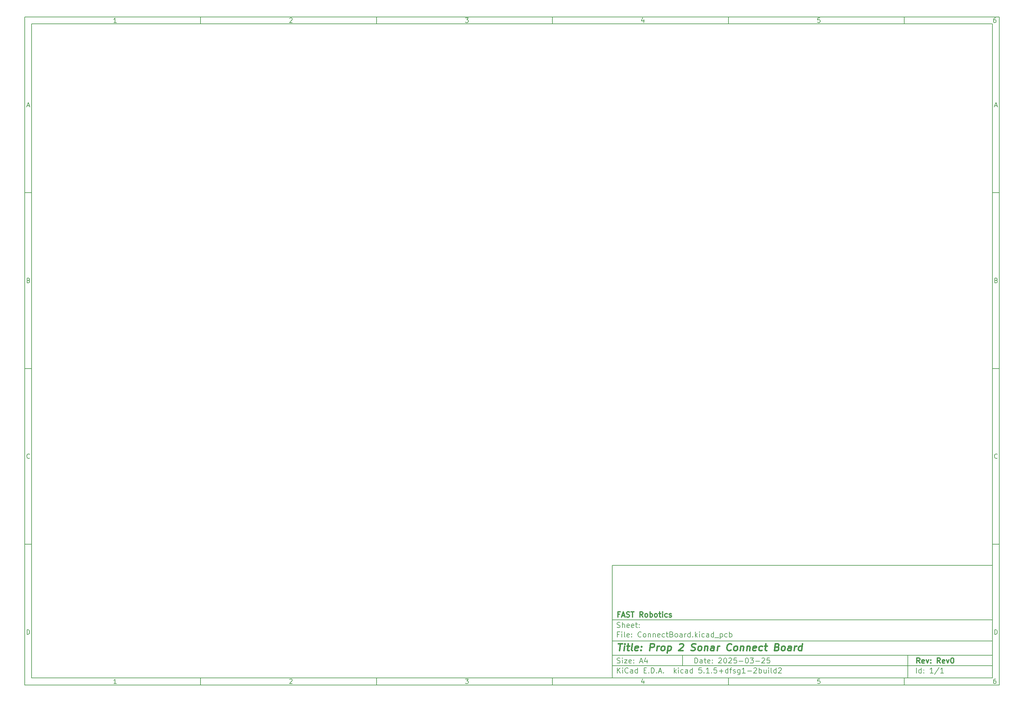
<source format=gbr>
G04 #@! TF.GenerationSoftware,KiCad,Pcbnew,5.1.5+dfsg1-2build2*
G04 #@! TF.CreationDate,2025-03-25T17:45:28-05:00*
G04 #@! TF.ProjectId,ConnectBoard,436f6e6e-6563-4744-926f-6172642e6b69,Rev0*
G04 #@! TF.SameCoordinates,Original*
G04 #@! TF.FileFunction,Paste,Top*
G04 #@! TF.FilePolarity,Positive*
%FSLAX46Y46*%
G04 Gerber Fmt 4.6, Leading zero omitted, Abs format (unit mm)*
G04 Created by KiCad (PCBNEW 5.1.5+dfsg1-2build2) date 2025-03-25 17:45:28*
%MOMM*%
%LPD*%
G04 APERTURE LIST*
%ADD10C,0.100000*%
%ADD11C,0.150000*%
%ADD12C,0.300000*%
%ADD13C,0.400000*%
G04 APERTURE END LIST*
D10*
D11*
X177002200Y-166007200D02*
X177002200Y-198007200D01*
X285002200Y-198007200D01*
X285002200Y-166007200D01*
X177002200Y-166007200D01*
D10*
D11*
X10000000Y-10000000D02*
X10000000Y-200007200D01*
X287002200Y-200007200D01*
X287002200Y-10000000D01*
X10000000Y-10000000D01*
D10*
D11*
X12000000Y-12000000D02*
X12000000Y-198007200D01*
X285002200Y-198007200D01*
X285002200Y-12000000D01*
X12000000Y-12000000D01*
D10*
D11*
X60000000Y-12000000D02*
X60000000Y-10000000D01*
D10*
D11*
X110000000Y-12000000D02*
X110000000Y-10000000D01*
D10*
D11*
X160000000Y-12000000D02*
X160000000Y-10000000D01*
D10*
D11*
X210000000Y-12000000D02*
X210000000Y-10000000D01*
D10*
D11*
X260000000Y-12000000D02*
X260000000Y-10000000D01*
D10*
D11*
X36065476Y-11588095D02*
X35322619Y-11588095D01*
X35694047Y-11588095D02*
X35694047Y-10288095D01*
X35570238Y-10473809D01*
X35446428Y-10597619D01*
X35322619Y-10659523D01*
D10*
D11*
X85322619Y-10411904D02*
X85384523Y-10350000D01*
X85508333Y-10288095D01*
X85817857Y-10288095D01*
X85941666Y-10350000D01*
X86003571Y-10411904D01*
X86065476Y-10535714D01*
X86065476Y-10659523D01*
X86003571Y-10845238D01*
X85260714Y-11588095D01*
X86065476Y-11588095D01*
D10*
D11*
X135260714Y-10288095D02*
X136065476Y-10288095D01*
X135632142Y-10783333D01*
X135817857Y-10783333D01*
X135941666Y-10845238D01*
X136003571Y-10907142D01*
X136065476Y-11030952D01*
X136065476Y-11340476D01*
X136003571Y-11464285D01*
X135941666Y-11526190D01*
X135817857Y-11588095D01*
X135446428Y-11588095D01*
X135322619Y-11526190D01*
X135260714Y-11464285D01*
D10*
D11*
X185941666Y-10721428D02*
X185941666Y-11588095D01*
X185632142Y-10226190D02*
X185322619Y-11154761D01*
X186127380Y-11154761D01*
D10*
D11*
X236003571Y-10288095D02*
X235384523Y-10288095D01*
X235322619Y-10907142D01*
X235384523Y-10845238D01*
X235508333Y-10783333D01*
X235817857Y-10783333D01*
X235941666Y-10845238D01*
X236003571Y-10907142D01*
X236065476Y-11030952D01*
X236065476Y-11340476D01*
X236003571Y-11464285D01*
X235941666Y-11526190D01*
X235817857Y-11588095D01*
X235508333Y-11588095D01*
X235384523Y-11526190D01*
X235322619Y-11464285D01*
D10*
D11*
X285941666Y-10288095D02*
X285694047Y-10288095D01*
X285570238Y-10350000D01*
X285508333Y-10411904D01*
X285384523Y-10597619D01*
X285322619Y-10845238D01*
X285322619Y-11340476D01*
X285384523Y-11464285D01*
X285446428Y-11526190D01*
X285570238Y-11588095D01*
X285817857Y-11588095D01*
X285941666Y-11526190D01*
X286003571Y-11464285D01*
X286065476Y-11340476D01*
X286065476Y-11030952D01*
X286003571Y-10907142D01*
X285941666Y-10845238D01*
X285817857Y-10783333D01*
X285570238Y-10783333D01*
X285446428Y-10845238D01*
X285384523Y-10907142D01*
X285322619Y-11030952D01*
D10*
D11*
X60000000Y-198007200D02*
X60000000Y-200007200D01*
D10*
D11*
X110000000Y-198007200D02*
X110000000Y-200007200D01*
D10*
D11*
X160000000Y-198007200D02*
X160000000Y-200007200D01*
D10*
D11*
X210000000Y-198007200D02*
X210000000Y-200007200D01*
D10*
D11*
X260000000Y-198007200D02*
X260000000Y-200007200D01*
D10*
D11*
X36065476Y-199595295D02*
X35322619Y-199595295D01*
X35694047Y-199595295D02*
X35694047Y-198295295D01*
X35570238Y-198481009D01*
X35446428Y-198604819D01*
X35322619Y-198666723D01*
D10*
D11*
X85322619Y-198419104D02*
X85384523Y-198357200D01*
X85508333Y-198295295D01*
X85817857Y-198295295D01*
X85941666Y-198357200D01*
X86003571Y-198419104D01*
X86065476Y-198542914D01*
X86065476Y-198666723D01*
X86003571Y-198852438D01*
X85260714Y-199595295D01*
X86065476Y-199595295D01*
D10*
D11*
X135260714Y-198295295D02*
X136065476Y-198295295D01*
X135632142Y-198790533D01*
X135817857Y-198790533D01*
X135941666Y-198852438D01*
X136003571Y-198914342D01*
X136065476Y-199038152D01*
X136065476Y-199347676D01*
X136003571Y-199471485D01*
X135941666Y-199533390D01*
X135817857Y-199595295D01*
X135446428Y-199595295D01*
X135322619Y-199533390D01*
X135260714Y-199471485D01*
D10*
D11*
X185941666Y-198728628D02*
X185941666Y-199595295D01*
X185632142Y-198233390D02*
X185322619Y-199161961D01*
X186127380Y-199161961D01*
D10*
D11*
X236003571Y-198295295D02*
X235384523Y-198295295D01*
X235322619Y-198914342D01*
X235384523Y-198852438D01*
X235508333Y-198790533D01*
X235817857Y-198790533D01*
X235941666Y-198852438D01*
X236003571Y-198914342D01*
X236065476Y-199038152D01*
X236065476Y-199347676D01*
X236003571Y-199471485D01*
X235941666Y-199533390D01*
X235817857Y-199595295D01*
X235508333Y-199595295D01*
X235384523Y-199533390D01*
X235322619Y-199471485D01*
D10*
D11*
X285941666Y-198295295D02*
X285694047Y-198295295D01*
X285570238Y-198357200D01*
X285508333Y-198419104D01*
X285384523Y-198604819D01*
X285322619Y-198852438D01*
X285322619Y-199347676D01*
X285384523Y-199471485D01*
X285446428Y-199533390D01*
X285570238Y-199595295D01*
X285817857Y-199595295D01*
X285941666Y-199533390D01*
X286003571Y-199471485D01*
X286065476Y-199347676D01*
X286065476Y-199038152D01*
X286003571Y-198914342D01*
X285941666Y-198852438D01*
X285817857Y-198790533D01*
X285570238Y-198790533D01*
X285446428Y-198852438D01*
X285384523Y-198914342D01*
X285322619Y-199038152D01*
D10*
D11*
X10000000Y-60000000D02*
X12000000Y-60000000D01*
D10*
D11*
X10000000Y-110000000D02*
X12000000Y-110000000D01*
D10*
D11*
X10000000Y-160000000D02*
X12000000Y-160000000D01*
D10*
D11*
X10690476Y-35216666D02*
X11309523Y-35216666D01*
X10566666Y-35588095D02*
X11000000Y-34288095D01*
X11433333Y-35588095D01*
D10*
D11*
X11092857Y-84907142D02*
X11278571Y-84969047D01*
X11340476Y-85030952D01*
X11402380Y-85154761D01*
X11402380Y-85340476D01*
X11340476Y-85464285D01*
X11278571Y-85526190D01*
X11154761Y-85588095D01*
X10659523Y-85588095D01*
X10659523Y-84288095D01*
X11092857Y-84288095D01*
X11216666Y-84350000D01*
X11278571Y-84411904D01*
X11340476Y-84535714D01*
X11340476Y-84659523D01*
X11278571Y-84783333D01*
X11216666Y-84845238D01*
X11092857Y-84907142D01*
X10659523Y-84907142D01*
D10*
D11*
X11402380Y-135464285D02*
X11340476Y-135526190D01*
X11154761Y-135588095D01*
X11030952Y-135588095D01*
X10845238Y-135526190D01*
X10721428Y-135402380D01*
X10659523Y-135278571D01*
X10597619Y-135030952D01*
X10597619Y-134845238D01*
X10659523Y-134597619D01*
X10721428Y-134473809D01*
X10845238Y-134350000D01*
X11030952Y-134288095D01*
X11154761Y-134288095D01*
X11340476Y-134350000D01*
X11402380Y-134411904D01*
D10*
D11*
X10659523Y-185588095D02*
X10659523Y-184288095D01*
X10969047Y-184288095D01*
X11154761Y-184350000D01*
X11278571Y-184473809D01*
X11340476Y-184597619D01*
X11402380Y-184845238D01*
X11402380Y-185030952D01*
X11340476Y-185278571D01*
X11278571Y-185402380D01*
X11154761Y-185526190D01*
X10969047Y-185588095D01*
X10659523Y-185588095D01*
D10*
D11*
X287002200Y-60000000D02*
X285002200Y-60000000D01*
D10*
D11*
X287002200Y-110000000D02*
X285002200Y-110000000D01*
D10*
D11*
X287002200Y-160000000D02*
X285002200Y-160000000D01*
D10*
D11*
X285692676Y-35216666D02*
X286311723Y-35216666D01*
X285568866Y-35588095D02*
X286002200Y-34288095D01*
X286435533Y-35588095D01*
D10*
D11*
X286095057Y-84907142D02*
X286280771Y-84969047D01*
X286342676Y-85030952D01*
X286404580Y-85154761D01*
X286404580Y-85340476D01*
X286342676Y-85464285D01*
X286280771Y-85526190D01*
X286156961Y-85588095D01*
X285661723Y-85588095D01*
X285661723Y-84288095D01*
X286095057Y-84288095D01*
X286218866Y-84350000D01*
X286280771Y-84411904D01*
X286342676Y-84535714D01*
X286342676Y-84659523D01*
X286280771Y-84783333D01*
X286218866Y-84845238D01*
X286095057Y-84907142D01*
X285661723Y-84907142D01*
D10*
D11*
X286404580Y-135464285D02*
X286342676Y-135526190D01*
X286156961Y-135588095D01*
X286033152Y-135588095D01*
X285847438Y-135526190D01*
X285723628Y-135402380D01*
X285661723Y-135278571D01*
X285599819Y-135030952D01*
X285599819Y-134845238D01*
X285661723Y-134597619D01*
X285723628Y-134473809D01*
X285847438Y-134350000D01*
X286033152Y-134288095D01*
X286156961Y-134288095D01*
X286342676Y-134350000D01*
X286404580Y-134411904D01*
D10*
D11*
X285661723Y-185588095D02*
X285661723Y-184288095D01*
X285971247Y-184288095D01*
X286156961Y-184350000D01*
X286280771Y-184473809D01*
X286342676Y-184597619D01*
X286404580Y-184845238D01*
X286404580Y-185030952D01*
X286342676Y-185278571D01*
X286280771Y-185402380D01*
X286156961Y-185526190D01*
X285971247Y-185588095D01*
X285661723Y-185588095D01*
D10*
D11*
X200434342Y-193785771D02*
X200434342Y-192285771D01*
X200791485Y-192285771D01*
X201005771Y-192357200D01*
X201148628Y-192500057D01*
X201220057Y-192642914D01*
X201291485Y-192928628D01*
X201291485Y-193142914D01*
X201220057Y-193428628D01*
X201148628Y-193571485D01*
X201005771Y-193714342D01*
X200791485Y-193785771D01*
X200434342Y-193785771D01*
X202577200Y-193785771D02*
X202577200Y-193000057D01*
X202505771Y-192857200D01*
X202362914Y-192785771D01*
X202077200Y-192785771D01*
X201934342Y-192857200D01*
X202577200Y-193714342D02*
X202434342Y-193785771D01*
X202077200Y-193785771D01*
X201934342Y-193714342D01*
X201862914Y-193571485D01*
X201862914Y-193428628D01*
X201934342Y-193285771D01*
X202077200Y-193214342D01*
X202434342Y-193214342D01*
X202577200Y-193142914D01*
X203077200Y-192785771D02*
X203648628Y-192785771D01*
X203291485Y-192285771D02*
X203291485Y-193571485D01*
X203362914Y-193714342D01*
X203505771Y-193785771D01*
X203648628Y-193785771D01*
X204720057Y-193714342D02*
X204577200Y-193785771D01*
X204291485Y-193785771D01*
X204148628Y-193714342D01*
X204077200Y-193571485D01*
X204077200Y-193000057D01*
X204148628Y-192857200D01*
X204291485Y-192785771D01*
X204577200Y-192785771D01*
X204720057Y-192857200D01*
X204791485Y-193000057D01*
X204791485Y-193142914D01*
X204077200Y-193285771D01*
X205434342Y-193642914D02*
X205505771Y-193714342D01*
X205434342Y-193785771D01*
X205362914Y-193714342D01*
X205434342Y-193642914D01*
X205434342Y-193785771D01*
X205434342Y-192857200D02*
X205505771Y-192928628D01*
X205434342Y-193000057D01*
X205362914Y-192928628D01*
X205434342Y-192857200D01*
X205434342Y-193000057D01*
X207220057Y-192428628D02*
X207291485Y-192357200D01*
X207434342Y-192285771D01*
X207791485Y-192285771D01*
X207934342Y-192357200D01*
X208005771Y-192428628D01*
X208077200Y-192571485D01*
X208077200Y-192714342D01*
X208005771Y-192928628D01*
X207148628Y-193785771D01*
X208077200Y-193785771D01*
X209005771Y-192285771D02*
X209148628Y-192285771D01*
X209291485Y-192357200D01*
X209362914Y-192428628D01*
X209434342Y-192571485D01*
X209505771Y-192857200D01*
X209505771Y-193214342D01*
X209434342Y-193500057D01*
X209362914Y-193642914D01*
X209291485Y-193714342D01*
X209148628Y-193785771D01*
X209005771Y-193785771D01*
X208862914Y-193714342D01*
X208791485Y-193642914D01*
X208720057Y-193500057D01*
X208648628Y-193214342D01*
X208648628Y-192857200D01*
X208720057Y-192571485D01*
X208791485Y-192428628D01*
X208862914Y-192357200D01*
X209005771Y-192285771D01*
X210077200Y-192428628D02*
X210148628Y-192357200D01*
X210291485Y-192285771D01*
X210648628Y-192285771D01*
X210791485Y-192357200D01*
X210862914Y-192428628D01*
X210934342Y-192571485D01*
X210934342Y-192714342D01*
X210862914Y-192928628D01*
X210005771Y-193785771D01*
X210934342Y-193785771D01*
X212291485Y-192285771D02*
X211577200Y-192285771D01*
X211505771Y-193000057D01*
X211577200Y-192928628D01*
X211720057Y-192857200D01*
X212077200Y-192857200D01*
X212220057Y-192928628D01*
X212291485Y-193000057D01*
X212362914Y-193142914D01*
X212362914Y-193500057D01*
X212291485Y-193642914D01*
X212220057Y-193714342D01*
X212077200Y-193785771D01*
X211720057Y-193785771D01*
X211577200Y-193714342D01*
X211505771Y-193642914D01*
X213005771Y-193214342D02*
X214148628Y-193214342D01*
X215148628Y-192285771D02*
X215291485Y-192285771D01*
X215434342Y-192357200D01*
X215505771Y-192428628D01*
X215577200Y-192571485D01*
X215648628Y-192857200D01*
X215648628Y-193214342D01*
X215577200Y-193500057D01*
X215505771Y-193642914D01*
X215434342Y-193714342D01*
X215291485Y-193785771D01*
X215148628Y-193785771D01*
X215005771Y-193714342D01*
X214934342Y-193642914D01*
X214862914Y-193500057D01*
X214791485Y-193214342D01*
X214791485Y-192857200D01*
X214862914Y-192571485D01*
X214934342Y-192428628D01*
X215005771Y-192357200D01*
X215148628Y-192285771D01*
X216148628Y-192285771D02*
X217077200Y-192285771D01*
X216577200Y-192857200D01*
X216791485Y-192857200D01*
X216934342Y-192928628D01*
X217005771Y-193000057D01*
X217077200Y-193142914D01*
X217077200Y-193500057D01*
X217005771Y-193642914D01*
X216934342Y-193714342D01*
X216791485Y-193785771D01*
X216362914Y-193785771D01*
X216220057Y-193714342D01*
X216148628Y-193642914D01*
X217720057Y-193214342D02*
X218862914Y-193214342D01*
X219505771Y-192428628D02*
X219577200Y-192357200D01*
X219720057Y-192285771D01*
X220077200Y-192285771D01*
X220220057Y-192357200D01*
X220291485Y-192428628D01*
X220362914Y-192571485D01*
X220362914Y-192714342D01*
X220291485Y-192928628D01*
X219434342Y-193785771D01*
X220362914Y-193785771D01*
X221720057Y-192285771D02*
X221005771Y-192285771D01*
X220934342Y-193000057D01*
X221005771Y-192928628D01*
X221148628Y-192857200D01*
X221505771Y-192857200D01*
X221648628Y-192928628D01*
X221720057Y-193000057D01*
X221791485Y-193142914D01*
X221791485Y-193500057D01*
X221720057Y-193642914D01*
X221648628Y-193714342D01*
X221505771Y-193785771D01*
X221148628Y-193785771D01*
X221005771Y-193714342D01*
X220934342Y-193642914D01*
D10*
D11*
X177002200Y-194507200D02*
X285002200Y-194507200D01*
D10*
D11*
X178434342Y-196585771D02*
X178434342Y-195085771D01*
X179291485Y-196585771D02*
X178648628Y-195728628D01*
X179291485Y-195085771D02*
X178434342Y-195942914D01*
X179934342Y-196585771D02*
X179934342Y-195585771D01*
X179934342Y-195085771D02*
X179862914Y-195157200D01*
X179934342Y-195228628D01*
X180005771Y-195157200D01*
X179934342Y-195085771D01*
X179934342Y-195228628D01*
X181505771Y-196442914D02*
X181434342Y-196514342D01*
X181220057Y-196585771D01*
X181077200Y-196585771D01*
X180862914Y-196514342D01*
X180720057Y-196371485D01*
X180648628Y-196228628D01*
X180577200Y-195942914D01*
X180577200Y-195728628D01*
X180648628Y-195442914D01*
X180720057Y-195300057D01*
X180862914Y-195157200D01*
X181077200Y-195085771D01*
X181220057Y-195085771D01*
X181434342Y-195157200D01*
X181505771Y-195228628D01*
X182791485Y-196585771D02*
X182791485Y-195800057D01*
X182720057Y-195657200D01*
X182577200Y-195585771D01*
X182291485Y-195585771D01*
X182148628Y-195657200D01*
X182791485Y-196514342D02*
X182648628Y-196585771D01*
X182291485Y-196585771D01*
X182148628Y-196514342D01*
X182077200Y-196371485D01*
X182077200Y-196228628D01*
X182148628Y-196085771D01*
X182291485Y-196014342D01*
X182648628Y-196014342D01*
X182791485Y-195942914D01*
X184148628Y-196585771D02*
X184148628Y-195085771D01*
X184148628Y-196514342D02*
X184005771Y-196585771D01*
X183720057Y-196585771D01*
X183577200Y-196514342D01*
X183505771Y-196442914D01*
X183434342Y-196300057D01*
X183434342Y-195871485D01*
X183505771Y-195728628D01*
X183577200Y-195657200D01*
X183720057Y-195585771D01*
X184005771Y-195585771D01*
X184148628Y-195657200D01*
X186005771Y-195800057D02*
X186505771Y-195800057D01*
X186720057Y-196585771D02*
X186005771Y-196585771D01*
X186005771Y-195085771D01*
X186720057Y-195085771D01*
X187362914Y-196442914D02*
X187434342Y-196514342D01*
X187362914Y-196585771D01*
X187291485Y-196514342D01*
X187362914Y-196442914D01*
X187362914Y-196585771D01*
X188077200Y-196585771D02*
X188077200Y-195085771D01*
X188434342Y-195085771D01*
X188648628Y-195157200D01*
X188791485Y-195300057D01*
X188862914Y-195442914D01*
X188934342Y-195728628D01*
X188934342Y-195942914D01*
X188862914Y-196228628D01*
X188791485Y-196371485D01*
X188648628Y-196514342D01*
X188434342Y-196585771D01*
X188077200Y-196585771D01*
X189577200Y-196442914D02*
X189648628Y-196514342D01*
X189577200Y-196585771D01*
X189505771Y-196514342D01*
X189577200Y-196442914D01*
X189577200Y-196585771D01*
X190220057Y-196157200D02*
X190934342Y-196157200D01*
X190077200Y-196585771D02*
X190577200Y-195085771D01*
X191077200Y-196585771D01*
X191577200Y-196442914D02*
X191648628Y-196514342D01*
X191577200Y-196585771D01*
X191505771Y-196514342D01*
X191577200Y-196442914D01*
X191577200Y-196585771D01*
X194577200Y-196585771D02*
X194577200Y-195085771D01*
X194720057Y-196014342D02*
X195148628Y-196585771D01*
X195148628Y-195585771D02*
X194577200Y-196157200D01*
X195791485Y-196585771D02*
X195791485Y-195585771D01*
X195791485Y-195085771D02*
X195720057Y-195157200D01*
X195791485Y-195228628D01*
X195862914Y-195157200D01*
X195791485Y-195085771D01*
X195791485Y-195228628D01*
X197148628Y-196514342D02*
X197005771Y-196585771D01*
X196720057Y-196585771D01*
X196577200Y-196514342D01*
X196505771Y-196442914D01*
X196434342Y-196300057D01*
X196434342Y-195871485D01*
X196505771Y-195728628D01*
X196577200Y-195657200D01*
X196720057Y-195585771D01*
X197005771Y-195585771D01*
X197148628Y-195657200D01*
X198434342Y-196585771D02*
X198434342Y-195800057D01*
X198362914Y-195657200D01*
X198220057Y-195585771D01*
X197934342Y-195585771D01*
X197791485Y-195657200D01*
X198434342Y-196514342D02*
X198291485Y-196585771D01*
X197934342Y-196585771D01*
X197791485Y-196514342D01*
X197720057Y-196371485D01*
X197720057Y-196228628D01*
X197791485Y-196085771D01*
X197934342Y-196014342D01*
X198291485Y-196014342D01*
X198434342Y-195942914D01*
X199791485Y-196585771D02*
X199791485Y-195085771D01*
X199791485Y-196514342D02*
X199648628Y-196585771D01*
X199362914Y-196585771D01*
X199220057Y-196514342D01*
X199148628Y-196442914D01*
X199077200Y-196300057D01*
X199077200Y-195871485D01*
X199148628Y-195728628D01*
X199220057Y-195657200D01*
X199362914Y-195585771D01*
X199648628Y-195585771D01*
X199791485Y-195657200D01*
X202362914Y-195085771D02*
X201648628Y-195085771D01*
X201577200Y-195800057D01*
X201648628Y-195728628D01*
X201791485Y-195657200D01*
X202148628Y-195657200D01*
X202291485Y-195728628D01*
X202362914Y-195800057D01*
X202434342Y-195942914D01*
X202434342Y-196300057D01*
X202362914Y-196442914D01*
X202291485Y-196514342D01*
X202148628Y-196585771D01*
X201791485Y-196585771D01*
X201648628Y-196514342D01*
X201577200Y-196442914D01*
X203077200Y-196442914D02*
X203148628Y-196514342D01*
X203077200Y-196585771D01*
X203005771Y-196514342D01*
X203077200Y-196442914D01*
X203077200Y-196585771D01*
X204577200Y-196585771D02*
X203720057Y-196585771D01*
X204148628Y-196585771D02*
X204148628Y-195085771D01*
X204005771Y-195300057D01*
X203862914Y-195442914D01*
X203720057Y-195514342D01*
X205220057Y-196442914D02*
X205291485Y-196514342D01*
X205220057Y-196585771D01*
X205148628Y-196514342D01*
X205220057Y-196442914D01*
X205220057Y-196585771D01*
X206648628Y-195085771D02*
X205934342Y-195085771D01*
X205862914Y-195800057D01*
X205934342Y-195728628D01*
X206077200Y-195657200D01*
X206434342Y-195657200D01*
X206577200Y-195728628D01*
X206648628Y-195800057D01*
X206720057Y-195942914D01*
X206720057Y-196300057D01*
X206648628Y-196442914D01*
X206577200Y-196514342D01*
X206434342Y-196585771D01*
X206077200Y-196585771D01*
X205934342Y-196514342D01*
X205862914Y-196442914D01*
X207362914Y-196014342D02*
X208505771Y-196014342D01*
X207934342Y-196585771D02*
X207934342Y-195442914D01*
X209862914Y-196585771D02*
X209862914Y-195085771D01*
X209862914Y-196514342D02*
X209720057Y-196585771D01*
X209434342Y-196585771D01*
X209291485Y-196514342D01*
X209220057Y-196442914D01*
X209148628Y-196300057D01*
X209148628Y-195871485D01*
X209220057Y-195728628D01*
X209291485Y-195657200D01*
X209434342Y-195585771D01*
X209720057Y-195585771D01*
X209862914Y-195657200D01*
X210362914Y-195585771D02*
X210934342Y-195585771D01*
X210577200Y-196585771D02*
X210577200Y-195300057D01*
X210648628Y-195157200D01*
X210791485Y-195085771D01*
X210934342Y-195085771D01*
X211362914Y-196514342D02*
X211505771Y-196585771D01*
X211791485Y-196585771D01*
X211934342Y-196514342D01*
X212005771Y-196371485D01*
X212005771Y-196300057D01*
X211934342Y-196157200D01*
X211791485Y-196085771D01*
X211577200Y-196085771D01*
X211434342Y-196014342D01*
X211362914Y-195871485D01*
X211362914Y-195800057D01*
X211434342Y-195657200D01*
X211577200Y-195585771D01*
X211791485Y-195585771D01*
X211934342Y-195657200D01*
X213291485Y-195585771D02*
X213291485Y-196800057D01*
X213220057Y-196942914D01*
X213148628Y-197014342D01*
X213005771Y-197085771D01*
X212791485Y-197085771D01*
X212648628Y-197014342D01*
X213291485Y-196514342D02*
X213148628Y-196585771D01*
X212862914Y-196585771D01*
X212720057Y-196514342D01*
X212648628Y-196442914D01*
X212577200Y-196300057D01*
X212577200Y-195871485D01*
X212648628Y-195728628D01*
X212720057Y-195657200D01*
X212862914Y-195585771D01*
X213148628Y-195585771D01*
X213291485Y-195657200D01*
X214791485Y-196585771D02*
X213934342Y-196585771D01*
X214362914Y-196585771D02*
X214362914Y-195085771D01*
X214220057Y-195300057D01*
X214077200Y-195442914D01*
X213934342Y-195514342D01*
X215434342Y-196014342D02*
X216577200Y-196014342D01*
X217220057Y-195228628D02*
X217291485Y-195157200D01*
X217434342Y-195085771D01*
X217791485Y-195085771D01*
X217934342Y-195157200D01*
X218005771Y-195228628D01*
X218077200Y-195371485D01*
X218077200Y-195514342D01*
X218005771Y-195728628D01*
X217148628Y-196585771D01*
X218077200Y-196585771D01*
X218720057Y-196585771D02*
X218720057Y-195085771D01*
X218720057Y-195657200D02*
X218862914Y-195585771D01*
X219148628Y-195585771D01*
X219291485Y-195657200D01*
X219362914Y-195728628D01*
X219434342Y-195871485D01*
X219434342Y-196300057D01*
X219362914Y-196442914D01*
X219291485Y-196514342D01*
X219148628Y-196585771D01*
X218862914Y-196585771D01*
X218720057Y-196514342D01*
X220720057Y-195585771D02*
X220720057Y-196585771D01*
X220077200Y-195585771D02*
X220077200Y-196371485D01*
X220148628Y-196514342D01*
X220291485Y-196585771D01*
X220505771Y-196585771D01*
X220648628Y-196514342D01*
X220720057Y-196442914D01*
X221434342Y-196585771D02*
X221434342Y-195585771D01*
X221434342Y-195085771D02*
X221362914Y-195157200D01*
X221434342Y-195228628D01*
X221505771Y-195157200D01*
X221434342Y-195085771D01*
X221434342Y-195228628D01*
X222362914Y-196585771D02*
X222220057Y-196514342D01*
X222148628Y-196371485D01*
X222148628Y-195085771D01*
X223577200Y-196585771D02*
X223577200Y-195085771D01*
X223577200Y-196514342D02*
X223434342Y-196585771D01*
X223148628Y-196585771D01*
X223005771Y-196514342D01*
X222934342Y-196442914D01*
X222862914Y-196300057D01*
X222862914Y-195871485D01*
X222934342Y-195728628D01*
X223005771Y-195657200D01*
X223148628Y-195585771D01*
X223434342Y-195585771D01*
X223577200Y-195657200D01*
X224220057Y-195228628D02*
X224291485Y-195157200D01*
X224434342Y-195085771D01*
X224791485Y-195085771D01*
X224934342Y-195157200D01*
X225005771Y-195228628D01*
X225077200Y-195371485D01*
X225077200Y-195514342D01*
X225005771Y-195728628D01*
X224148628Y-196585771D01*
X225077200Y-196585771D01*
D10*
D11*
X177002200Y-191507200D02*
X285002200Y-191507200D01*
D10*
D12*
X264411485Y-193785771D02*
X263911485Y-193071485D01*
X263554342Y-193785771D02*
X263554342Y-192285771D01*
X264125771Y-192285771D01*
X264268628Y-192357200D01*
X264340057Y-192428628D01*
X264411485Y-192571485D01*
X264411485Y-192785771D01*
X264340057Y-192928628D01*
X264268628Y-193000057D01*
X264125771Y-193071485D01*
X263554342Y-193071485D01*
X265625771Y-193714342D02*
X265482914Y-193785771D01*
X265197200Y-193785771D01*
X265054342Y-193714342D01*
X264982914Y-193571485D01*
X264982914Y-193000057D01*
X265054342Y-192857200D01*
X265197200Y-192785771D01*
X265482914Y-192785771D01*
X265625771Y-192857200D01*
X265697200Y-193000057D01*
X265697200Y-193142914D01*
X264982914Y-193285771D01*
X266197200Y-192785771D02*
X266554342Y-193785771D01*
X266911485Y-192785771D01*
X267482914Y-193642914D02*
X267554342Y-193714342D01*
X267482914Y-193785771D01*
X267411485Y-193714342D01*
X267482914Y-193642914D01*
X267482914Y-193785771D01*
X267482914Y-192857200D02*
X267554342Y-192928628D01*
X267482914Y-193000057D01*
X267411485Y-192928628D01*
X267482914Y-192857200D01*
X267482914Y-193000057D01*
X270197200Y-193785771D02*
X269697200Y-193071485D01*
X269340057Y-193785771D02*
X269340057Y-192285771D01*
X269911485Y-192285771D01*
X270054342Y-192357200D01*
X270125771Y-192428628D01*
X270197200Y-192571485D01*
X270197200Y-192785771D01*
X270125771Y-192928628D01*
X270054342Y-193000057D01*
X269911485Y-193071485D01*
X269340057Y-193071485D01*
X271411485Y-193714342D02*
X271268628Y-193785771D01*
X270982914Y-193785771D01*
X270840057Y-193714342D01*
X270768628Y-193571485D01*
X270768628Y-193000057D01*
X270840057Y-192857200D01*
X270982914Y-192785771D01*
X271268628Y-192785771D01*
X271411485Y-192857200D01*
X271482914Y-193000057D01*
X271482914Y-193142914D01*
X270768628Y-193285771D01*
X271982914Y-192785771D02*
X272340057Y-193785771D01*
X272697200Y-192785771D01*
X273554342Y-192285771D02*
X273697200Y-192285771D01*
X273840057Y-192357200D01*
X273911485Y-192428628D01*
X273982914Y-192571485D01*
X274054342Y-192857200D01*
X274054342Y-193214342D01*
X273982914Y-193500057D01*
X273911485Y-193642914D01*
X273840057Y-193714342D01*
X273697200Y-193785771D01*
X273554342Y-193785771D01*
X273411485Y-193714342D01*
X273340057Y-193642914D01*
X273268628Y-193500057D01*
X273197200Y-193214342D01*
X273197200Y-192857200D01*
X273268628Y-192571485D01*
X273340057Y-192428628D01*
X273411485Y-192357200D01*
X273554342Y-192285771D01*
D10*
D11*
X178362914Y-193714342D02*
X178577200Y-193785771D01*
X178934342Y-193785771D01*
X179077200Y-193714342D01*
X179148628Y-193642914D01*
X179220057Y-193500057D01*
X179220057Y-193357200D01*
X179148628Y-193214342D01*
X179077200Y-193142914D01*
X178934342Y-193071485D01*
X178648628Y-193000057D01*
X178505771Y-192928628D01*
X178434342Y-192857200D01*
X178362914Y-192714342D01*
X178362914Y-192571485D01*
X178434342Y-192428628D01*
X178505771Y-192357200D01*
X178648628Y-192285771D01*
X179005771Y-192285771D01*
X179220057Y-192357200D01*
X179862914Y-193785771D02*
X179862914Y-192785771D01*
X179862914Y-192285771D02*
X179791485Y-192357200D01*
X179862914Y-192428628D01*
X179934342Y-192357200D01*
X179862914Y-192285771D01*
X179862914Y-192428628D01*
X180434342Y-192785771D02*
X181220057Y-192785771D01*
X180434342Y-193785771D01*
X181220057Y-193785771D01*
X182362914Y-193714342D02*
X182220057Y-193785771D01*
X181934342Y-193785771D01*
X181791485Y-193714342D01*
X181720057Y-193571485D01*
X181720057Y-193000057D01*
X181791485Y-192857200D01*
X181934342Y-192785771D01*
X182220057Y-192785771D01*
X182362914Y-192857200D01*
X182434342Y-193000057D01*
X182434342Y-193142914D01*
X181720057Y-193285771D01*
X183077200Y-193642914D02*
X183148628Y-193714342D01*
X183077200Y-193785771D01*
X183005771Y-193714342D01*
X183077200Y-193642914D01*
X183077200Y-193785771D01*
X183077200Y-192857200D02*
X183148628Y-192928628D01*
X183077200Y-193000057D01*
X183005771Y-192928628D01*
X183077200Y-192857200D01*
X183077200Y-193000057D01*
X184862914Y-193357200D02*
X185577200Y-193357200D01*
X184720057Y-193785771D02*
X185220057Y-192285771D01*
X185720057Y-193785771D01*
X186862914Y-192785771D02*
X186862914Y-193785771D01*
X186505771Y-192214342D02*
X186148628Y-193285771D01*
X187077200Y-193285771D01*
D10*
D11*
X263434342Y-196585771D02*
X263434342Y-195085771D01*
X264791485Y-196585771D02*
X264791485Y-195085771D01*
X264791485Y-196514342D02*
X264648628Y-196585771D01*
X264362914Y-196585771D01*
X264220057Y-196514342D01*
X264148628Y-196442914D01*
X264077200Y-196300057D01*
X264077200Y-195871485D01*
X264148628Y-195728628D01*
X264220057Y-195657200D01*
X264362914Y-195585771D01*
X264648628Y-195585771D01*
X264791485Y-195657200D01*
X265505771Y-196442914D02*
X265577200Y-196514342D01*
X265505771Y-196585771D01*
X265434342Y-196514342D01*
X265505771Y-196442914D01*
X265505771Y-196585771D01*
X265505771Y-195657200D02*
X265577200Y-195728628D01*
X265505771Y-195800057D01*
X265434342Y-195728628D01*
X265505771Y-195657200D01*
X265505771Y-195800057D01*
X268148628Y-196585771D02*
X267291485Y-196585771D01*
X267720057Y-196585771D02*
X267720057Y-195085771D01*
X267577200Y-195300057D01*
X267434342Y-195442914D01*
X267291485Y-195514342D01*
X269862914Y-195014342D02*
X268577200Y-196942914D01*
X271148628Y-196585771D02*
X270291485Y-196585771D01*
X270720057Y-196585771D02*
X270720057Y-195085771D01*
X270577200Y-195300057D01*
X270434342Y-195442914D01*
X270291485Y-195514342D01*
D10*
D11*
X177002200Y-187507200D02*
X285002200Y-187507200D01*
D10*
D13*
X178714580Y-188211961D02*
X179857438Y-188211961D01*
X179036009Y-190211961D02*
X179286009Y-188211961D01*
X180274104Y-190211961D02*
X180440771Y-188878628D01*
X180524104Y-188211961D02*
X180416961Y-188307200D01*
X180500295Y-188402438D01*
X180607438Y-188307200D01*
X180524104Y-188211961D01*
X180500295Y-188402438D01*
X181107438Y-188878628D02*
X181869342Y-188878628D01*
X181476485Y-188211961D02*
X181262200Y-189926247D01*
X181333628Y-190116723D01*
X181512200Y-190211961D01*
X181702676Y-190211961D01*
X182655057Y-190211961D02*
X182476485Y-190116723D01*
X182405057Y-189926247D01*
X182619342Y-188211961D01*
X184190771Y-190116723D02*
X183988390Y-190211961D01*
X183607438Y-190211961D01*
X183428866Y-190116723D01*
X183357438Y-189926247D01*
X183452676Y-189164342D01*
X183571723Y-188973866D01*
X183774104Y-188878628D01*
X184155057Y-188878628D01*
X184333628Y-188973866D01*
X184405057Y-189164342D01*
X184381247Y-189354819D01*
X183405057Y-189545295D01*
X185155057Y-190021485D02*
X185238390Y-190116723D01*
X185131247Y-190211961D01*
X185047914Y-190116723D01*
X185155057Y-190021485D01*
X185131247Y-190211961D01*
X185286009Y-188973866D02*
X185369342Y-189069104D01*
X185262200Y-189164342D01*
X185178866Y-189069104D01*
X185286009Y-188973866D01*
X185262200Y-189164342D01*
X187607438Y-190211961D02*
X187857438Y-188211961D01*
X188619342Y-188211961D01*
X188797914Y-188307200D01*
X188881247Y-188402438D01*
X188952676Y-188592914D01*
X188916961Y-188878628D01*
X188797914Y-189069104D01*
X188690771Y-189164342D01*
X188488390Y-189259580D01*
X187726485Y-189259580D01*
X189607438Y-190211961D02*
X189774104Y-188878628D01*
X189726485Y-189259580D02*
X189845533Y-189069104D01*
X189952676Y-188973866D01*
X190155057Y-188878628D01*
X190345533Y-188878628D01*
X191131247Y-190211961D02*
X190952676Y-190116723D01*
X190869342Y-190021485D01*
X190797914Y-189831009D01*
X190869342Y-189259580D01*
X190988390Y-189069104D01*
X191095533Y-188973866D01*
X191297914Y-188878628D01*
X191583628Y-188878628D01*
X191762200Y-188973866D01*
X191845533Y-189069104D01*
X191916961Y-189259580D01*
X191845533Y-189831009D01*
X191726485Y-190021485D01*
X191619342Y-190116723D01*
X191416961Y-190211961D01*
X191131247Y-190211961D01*
X192821723Y-188878628D02*
X192571723Y-190878628D01*
X192809819Y-188973866D02*
X193012200Y-188878628D01*
X193393152Y-188878628D01*
X193571723Y-188973866D01*
X193655057Y-189069104D01*
X193726485Y-189259580D01*
X193655057Y-189831009D01*
X193536009Y-190021485D01*
X193428866Y-190116723D01*
X193226485Y-190211961D01*
X192845533Y-190211961D01*
X192666961Y-190116723D01*
X196119342Y-188402438D02*
X196226485Y-188307200D01*
X196428866Y-188211961D01*
X196905057Y-188211961D01*
X197083628Y-188307200D01*
X197166961Y-188402438D01*
X197238390Y-188592914D01*
X197214580Y-188783390D01*
X197083628Y-189069104D01*
X195797914Y-190211961D01*
X197036009Y-190211961D01*
X199333628Y-190116723D02*
X199607438Y-190211961D01*
X200083628Y-190211961D01*
X200286009Y-190116723D01*
X200393152Y-190021485D01*
X200512200Y-189831009D01*
X200536009Y-189640533D01*
X200464580Y-189450057D01*
X200381247Y-189354819D01*
X200202676Y-189259580D01*
X199833628Y-189164342D01*
X199655057Y-189069104D01*
X199571723Y-188973866D01*
X199500295Y-188783390D01*
X199524104Y-188592914D01*
X199643152Y-188402438D01*
X199750295Y-188307200D01*
X199952676Y-188211961D01*
X200428866Y-188211961D01*
X200702676Y-188307200D01*
X201607438Y-190211961D02*
X201428866Y-190116723D01*
X201345533Y-190021485D01*
X201274104Y-189831009D01*
X201345533Y-189259580D01*
X201464580Y-189069104D01*
X201571723Y-188973866D01*
X201774104Y-188878628D01*
X202059819Y-188878628D01*
X202238390Y-188973866D01*
X202321723Y-189069104D01*
X202393152Y-189259580D01*
X202321723Y-189831009D01*
X202202676Y-190021485D01*
X202095533Y-190116723D01*
X201893152Y-190211961D01*
X201607438Y-190211961D01*
X203297914Y-188878628D02*
X203131247Y-190211961D01*
X203274104Y-189069104D02*
X203381247Y-188973866D01*
X203583628Y-188878628D01*
X203869342Y-188878628D01*
X204047914Y-188973866D01*
X204119342Y-189164342D01*
X203988390Y-190211961D01*
X205797914Y-190211961D02*
X205928866Y-189164342D01*
X205857438Y-188973866D01*
X205678866Y-188878628D01*
X205297914Y-188878628D01*
X205095533Y-188973866D01*
X205809819Y-190116723D02*
X205607438Y-190211961D01*
X205131247Y-190211961D01*
X204952676Y-190116723D01*
X204881247Y-189926247D01*
X204905057Y-189735771D01*
X205024104Y-189545295D01*
X205226485Y-189450057D01*
X205702676Y-189450057D01*
X205905057Y-189354819D01*
X206750295Y-190211961D02*
X206916961Y-188878628D01*
X206869342Y-189259580D02*
X206988390Y-189069104D01*
X207095533Y-188973866D01*
X207297914Y-188878628D01*
X207488390Y-188878628D01*
X210678866Y-190021485D02*
X210571723Y-190116723D01*
X210274104Y-190211961D01*
X210083628Y-190211961D01*
X209809819Y-190116723D01*
X209643152Y-189926247D01*
X209571723Y-189735771D01*
X209524104Y-189354819D01*
X209559819Y-189069104D01*
X209702676Y-188688152D01*
X209821723Y-188497676D01*
X210036009Y-188307200D01*
X210333628Y-188211961D01*
X210524104Y-188211961D01*
X210797914Y-188307200D01*
X210881247Y-188402438D01*
X211797914Y-190211961D02*
X211619342Y-190116723D01*
X211536009Y-190021485D01*
X211464580Y-189831009D01*
X211536009Y-189259580D01*
X211655057Y-189069104D01*
X211762200Y-188973866D01*
X211964580Y-188878628D01*
X212250295Y-188878628D01*
X212428866Y-188973866D01*
X212512200Y-189069104D01*
X212583628Y-189259580D01*
X212512200Y-189831009D01*
X212393152Y-190021485D01*
X212286009Y-190116723D01*
X212083628Y-190211961D01*
X211797914Y-190211961D01*
X213488390Y-188878628D02*
X213321723Y-190211961D01*
X213464580Y-189069104D02*
X213571723Y-188973866D01*
X213774104Y-188878628D01*
X214059819Y-188878628D01*
X214238390Y-188973866D01*
X214309819Y-189164342D01*
X214178866Y-190211961D01*
X215297914Y-188878628D02*
X215131247Y-190211961D01*
X215274104Y-189069104D02*
X215381247Y-188973866D01*
X215583628Y-188878628D01*
X215869342Y-188878628D01*
X216047914Y-188973866D01*
X216119342Y-189164342D01*
X215988390Y-190211961D01*
X217714580Y-190116723D02*
X217512200Y-190211961D01*
X217131247Y-190211961D01*
X216952676Y-190116723D01*
X216881247Y-189926247D01*
X216976485Y-189164342D01*
X217095533Y-188973866D01*
X217297914Y-188878628D01*
X217678866Y-188878628D01*
X217857438Y-188973866D01*
X217928866Y-189164342D01*
X217905057Y-189354819D01*
X216928866Y-189545295D01*
X219524104Y-190116723D02*
X219321723Y-190211961D01*
X218940771Y-190211961D01*
X218762200Y-190116723D01*
X218678866Y-190021485D01*
X218607438Y-189831009D01*
X218678866Y-189259580D01*
X218797914Y-189069104D01*
X218905057Y-188973866D01*
X219107438Y-188878628D01*
X219488390Y-188878628D01*
X219666961Y-188973866D01*
X220250295Y-188878628D02*
X221012200Y-188878628D01*
X220619342Y-188211961D02*
X220405057Y-189926247D01*
X220476485Y-190116723D01*
X220655057Y-190211961D01*
X220845533Y-190211961D01*
X223833628Y-189164342D02*
X224107438Y-189259580D01*
X224190771Y-189354819D01*
X224262200Y-189545295D01*
X224226485Y-189831009D01*
X224107438Y-190021485D01*
X224000295Y-190116723D01*
X223797914Y-190211961D01*
X223036009Y-190211961D01*
X223286009Y-188211961D01*
X223952676Y-188211961D01*
X224131247Y-188307200D01*
X224214580Y-188402438D01*
X224286009Y-188592914D01*
X224262200Y-188783390D01*
X224143152Y-188973866D01*
X224036009Y-189069104D01*
X223833628Y-189164342D01*
X223166961Y-189164342D01*
X225321723Y-190211961D02*
X225143152Y-190116723D01*
X225059819Y-190021485D01*
X224988390Y-189831009D01*
X225059819Y-189259580D01*
X225178866Y-189069104D01*
X225286009Y-188973866D01*
X225488390Y-188878628D01*
X225774104Y-188878628D01*
X225952676Y-188973866D01*
X226036009Y-189069104D01*
X226107438Y-189259580D01*
X226036009Y-189831009D01*
X225916961Y-190021485D01*
X225809819Y-190116723D01*
X225607438Y-190211961D01*
X225321723Y-190211961D01*
X227702676Y-190211961D02*
X227833628Y-189164342D01*
X227762200Y-188973866D01*
X227583628Y-188878628D01*
X227202676Y-188878628D01*
X227000295Y-188973866D01*
X227714580Y-190116723D02*
X227512200Y-190211961D01*
X227036009Y-190211961D01*
X226857438Y-190116723D01*
X226786009Y-189926247D01*
X226809819Y-189735771D01*
X226928866Y-189545295D01*
X227131247Y-189450057D01*
X227607438Y-189450057D01*
X227809819Y-189354819D01*
X228655057Y-190211961D02*
X228821723Y-188878628D01*
X228774104Y-189259580D02*
X228893152Y-189069104D01*
X229000295Y-188973866D01*
X229202676Y-188878628D01*
X229393152Y-188878628D01*
X230750295Y-190211961D02*
X231000295Y-188211961D01*
X230762200Y-190116723D02*
X230559819Y-190211961D01*
X230178866Y-190211961D01*
X230000295Y-190116723D01*
X229916961Y-190021485D01*
X229845533Y-189831009D01*
X229916961Y-189259580D01*
X230036009Y-189069104D01*
X230143152Y-188973866D01*
X230345533Y-188878628D01*
X230726485Y-188878628D01*
X230905057Y-188973866D01*
D10*
D11*
X178934342Y-185600057D02*
X178434342Y-185600057D01*
X178434342Y-186385771D02*
X178434342Y-184885771D01*
X179148628Y-184885771D01*
X179720057Y-186385771D02*
X179720057Y-185385771D01*
X179720057Y-184885771D02*
X179648628Y-184957200D01*
X179720057Y-185028628D01*
X179791485Y-184957200D01*
X179720057Y-184885771D01*
X179720057Y-185028628D01*
X180648628Y-186385771D02*
X180505771Y-186314342D01*
X180434342Y-186171485D01*
X180434342Y-184885771D01*
X181791485Y-186314342D02*
X181648628Y-186385771D01*
X181362914Y-186385771D01*
X181220057Y-186314342D01*
X181148628Y-186171485D01*
X181148628Y-185600057D01*
X181220057Y-185457200D01*
X181362914Y-185385771D01*
X181648628Y-185385771D01*
X181791485Y-185457200D01*
X181862914Y-185600057D01*
X181862914Y-185742914D01*
X181148628Y-185885771D01*
X182505771Y-186242914D02*
X182577200Y-186314342D01*
X182505771Y-186385771D01*
X182434342Y-186314342D01*
X182505771Y-186242914D01*
X182505771Y-186385771D01*
X182505771Y-185457200D02*
X182577200Y-185528628D01*
X182505771Y-185600057D01*
X182434342Y-185528628D01*
X182505771Y-185457200D01*
X182505771Y-185600057D01*
X185220057Y-186242914D02*
X185148628Y-186314342D01*
X184934342Y-186385771D01*
X184791485Y-186385771D01*
X184577200Y-186314342D01*
X184434342Y-186171485D01*
X184362914Y-186028628D01*
X184291485Y-185742914D01*
X184291485Y-185528628D01*
X184362914Y-185242914D01*
X184434342Y-185100057D01*
X184577200Y-184957200D01*
X184791485Y-184885771D01*
X184934342Y-184885771D01*
X185148628Y-184957200D01*
X185220057Y-185028628D01*
X186077200Y-186385771D02*
X185934342Y-186314342D01*
X185862914Y-186242914D01*
X185791485Y-186100057D01*
X185791485Y-185671485D01*
X185862914Y-185528628D01*
X185934342Y-185457200D01*
X186077200Y-185385771D01*
X186291485Y-185385771D01*
X186434342Y-185457200D01*
X186505771Y-185528628D01*
X186577200Y-185671485D01*
X186577200Y-186100057D01*
X186505771Y-186242914D01*
X186434342Y-186314342D01*
X186291485Y-186385771D01*
X186077200Y-186385771D01*
X187220057Y-185385771D02*
X187220057Y-186385771D01*
X187220057Y-185528628D02*
X187291485Y-185457200D01*
X187434342Y-185385771D01*
X187648628Y-185385771D01*
X187791485Y-185457200D01*
X187862914Y-185600057D01*
X187862914Y-186385771D01*
X188577200Y-185385771D02*
X188577200Y-186385771D01*
X188577200Y-185528628D02*
X188648628Y-185457200D01*
X188791485Y-185385771D01*
X189005771Y-185385771D01*
X189148628Y-185457200D01*
X189220057Y-185600057D01*
X189220057Y-186385771D01*
X190505771Y-186314342D02*
X190362914Y-186385771D01*
X190077200Y-186385771D01*
X189934342Y-186314342D01*
X189862914Y-186171485D01*
X189862914Y-185600057D01*
X189934342Y-185457200D01*
X190077200Y-185385771D01*
X190362914Y-185385771D01*
X190505771Y-185457200D01*
X190577200Y-185600057D01*
X190577200Y-185742914D01*
X189862914Y-185885771D01*
X191862914Y-186314342D02*
X191720057Y-186385771D01*
X191434342Y-186385771D01*
X191291485Y-186314342D01*
X191220057Y-186242914D01*
X191148628Y-186100057D01*
X191148628Y-185671485D01*
X191220057Y-185528628D01*
X191291485Y-185457200D01*
X191434342Y-185385771D01*
X191720057Y-185385771D01*
X191862914Y-185457200D01*
X192291485Y-185385771D02*
X192862914Y-185385771D01*
X192505771Y-184885771D02*
X192505771Y-186171485D01*
X192577200Y-186314342D01*
X192720057Y-186385771D01*
X192862914Y-186385771D01*
X193862914Y-185600057D02*
X194077200Y-185671485D01*
X194148628Y-185742914D01*
X194220057Y-185885771D01*
X194220057Y-186100057D01*
X194148628Y-186242914D01*
X194077200Y-186314342D01*
X193934342Y-186385771D01*
X193362914Y-186385771D01*
X193362914Y-184885771D01*
X193862914Y-184885771D01*
X194005771Y-184957200D01*
X194077200Y-185028628D01*
X194148628Y-185171485D01*
X194148628Y-185314342D01*
X194077200Y-185457200D01*
X194005771Y-185528628D01*
X193862914Y-185600057D01*
X193362914Y-185600057D01*
X195077200Y-186385771D02*
X194934342Y-186314342D01*
X194862914Y-186242914D01*
X194791485Y-186100057D01*
X194791485Y-185671485D01*
X194862914Y-185528628D01*
X194934342Y-185457200D01*
X195077200Y-185385771D01*
X195291485Y-185385771D01*
X195434342Y-185457200D01*
X195505771Y-185528628D01*
X195577200Y-185671485D01*
X195577200Y-186100057D01*
X195505771Y-186242914D01*
X195434342Y-186314342D01*
X195291485Y-186385771D01*
X195077200Y-186385771D01*
X196862914Y-186385771D02*
X196862914Y-185600057D01*
X196791485Y-185457200D01*
X196648628Y-185385771D01*
X196362914Y-185385771D01*
X196220057Y-185457200D01*
X196862914Y-186314342D02*
X196720057Y-186385771D01*
X196362914Y-186385771D01*
X196220057Y-186314342D01*
X196148628Y-186171485D01*
X196148628Y-186028628D01*
X196220057Y-185885771D01*
X196362914Y-185814342D01*
X196720057Y-185814342D01*
X196862914Y-185742914D01*
X197577200Y-186385771D02*
X197577200Y-185385771D01*
X197577200Y-185671485D02*
X197648628Y-185528628D01*
X197720057Y-185457200D01*
X197862914Y-185385771D01*
X198005771Y-185385771D01*
X199148628Y-186385771D02*
X199148628Y-184885771D01*
X199148628Y-186314342D02*
X199005771Y-186385771D01*
X198720057Y-186385771D01*
X198577200Y-186314342D01*
X198505771Y-186242914D01*
X198434342Y-186100057D01*
X198434342Y-185671485D01*
X198505771Y-185528628D01*
X198577200Y-185457200D01*
X198720057Y-185385771D01*
X199005771Y-185385771D01*
X199148628Y-185457200D01*
X199862914Y-186242914D02*
X199934342Y-186314342D01*
X199862914Y-186385771D01*
X199791485Y-186314342D01*
X199862914Y-186242914D01*
X199862914Y-186385771D01*
X200577200Y-186385771D02*
X200577200Y-184885771D01*
X200720057Y-185814342D02*
X201148628Y-186385771D01*
X201148628Y-185385771D02*
X200577200Y-185957200D01*
X201791485Y-186385771D02*
X201791485Y-185385771D01*
X201791485Y-184885771D02*
X201720057Y-184957200D01*
X201791485Y-185028628D01*
X201862914Y-184957200D01*
X201791485Y-184885771D01*
X201791485Y-185028628D01*
X203148628Y-186314342D02*
X203005771Y-186385771D01*
X202720057Y-186385771D01*
X202577200Y-186314342D01*
X202505771Y-186242914D01*
X202434342Y-186100057D01*
X202434342Y-185671485D01*
X202505771Y-185528628D01*
X202577200Y-185457200D01*
X202720057Y-185385771D01*
X203005771Y-185385771D01*
X203148628Y-185457200D01*
X204434342Y-186385771D02*
X204434342Y-185600057D01*
X204362914Y-185457200D01*
X204220057Y-185385771D01*
X203934342Y-185385771D01*
X203791485Y-185457200D01*
X204434342Y-186314342D02*
X204291485Y-186385771D01*
X203934342Y-186385771D01*
X203791485Y-186314342D01*
X203720057Y-186171485D01*
X203720057Y-186028628D01*
X203791485Y-185885771D01*
X203934342Y-185814342D01*
X204291485Y-185814342D01*
X204434342Y-185742914D01*
X205791485Y-186385771D02*
X205791485Y-184885771D01*
X205791485Y-186314342D02*
X205648628Y-186385771D01*
X205362914Y-186385771D01*
X205220057Y-186314342D01*
X205148628Y-186242914D01*
X205077200Y-186100057D01*
X205077200Y-185671485D01*
X205148628Y-185528628D01*
X205220057Y-185457200D01*
X205362914Y-185385771D01*
X205648628Y-185385771D01*
X205791485Y-185457200D01*
X206148628Y-186528628D02*
X207291485Y-186528628D01*
X207648628Y-185385771D02*
X207648628Y-186885771D01*
X207648628Y-185457200D02*
X207791485Y-185385771D01*
X208077200Y-185385771D01*
X208220057Y-185457200D01*
X208291485Y-185528628D01*
X208362914Y-185671485D01*
X208362914Y-186100057D01*
X208291485Y-186242914D01*
X208220057Y-186314342D01*
X208077200Y-186385771D01*
X207791485Y-186385771D01*
X207648628Y-186314342D01*
X209648628Y-186314342D02*
X209505771Y-186385771D01*
X209220057Y-186385771D01*
X209077200Y-186314342D01*
X209005771Y-186242914D01*
X208934342Y-186100057D01*
X208934342Y-185671485D01*
X209005771Y-185528628D01*
X209077200Y-185457200D01*
X209220057Y-185385771D01*
X209505771Y-185385771D01*
X209648628Y-185457200D01*
X210291485Y-186385771D02*
X210291485Y-184885771D01*
X210291485Y-185457200D02*
X210434342Y-185385771D01*
X210720057Y-185385771D01*
X210862914Y-185457200D01*
X210934342Y-185528628D01*
X211005771Y-185671485D01*
X211005771Y-186100057D01*
X210934342Y-186242914D01*
X210862914Y-186314342D01*
X210720057Y-186385771D01*
X210434342Y-186385771D01*
X210291485Y-186314342D01*
D10*
D11*
X177002200Y-181507200D02*
X285002200Y-181507200D01*
D10*
D11*
X178362914Y-183614342D02*
X178577200Y-183685771D01*
X178934342Y-183685771D01*
X179077200Y-183614342D01*
X179148628Y-183542914D01*
X179220057Y-183400057D01*
X179220057Y-183257200D01*
X179148628Y-183114342D01*
X179077200Y-183042914D01*
X178934342Y-182971485D01*
X178648628Y-182900057D01*
X178505771Y-182828628D01*
X178434342Y-182757200D01*
X178362914Y-182614342D01*
X178362914Y-182471485D01*
X178434342Y-182328628D01*
X178505771Y-182257200D01*
X178648628Y-182185771D01*
X179005771Y-182185771D01*
X179220057Y-182257200D01*
X179862914Y-183685771D02*
X179862914Y-182185771D01*
X180505771Y-183685771D02*
X180505771Y-182900057D01*
X180434342Y-182757200D01*
X180291485Y-182685771D01*
X180077200Y-182685771D01*
X179934342Y-182757200D01*
X179862914Y-182828628D01*
X181791485Y-183614342D02*
X181648628Y-183685771D01*
X181362914Y-183685771D01*
X181220057Y-183614342D01*
X181148628Y-183471485D01*
X181148628Y-182900057D01*
X181220057Y-182757200D01*
X181362914Y-182685771D01*
X181648628Y-182685771D01*
X181791485Y-182757200D01*
X181862914Y-182900057D01*
X181862914Y-183042914D01*
X181148628Y-183185771D01*
X183077200Y-183614342D02*
X182934342Y-183685771D01*
X182648628Y-183685771D01*
X182505771Y-183614342D01*
X182434342Y-183471485D01*
X182434342Y-182900057D01*
X182505771Y-182757200D01*
X182648628Y-182685771D01*
X182934342Y-182685771D01*
X183077200Y-182757200D01*
X183148628Y-182900057D01*
X183148628Y-183042914D01*
X182434342Y-183185771D01*
X183577200Y-182685771D02*
X184148628Y-182685771D01*
X183791485Y-182185771D02*
X183791485Y-183471485D01*
X183862914Y-183614342D01*
X184005771Y-183685771D01*
X184148628Y-183685771D01*
X184648628Y-183542914D02*
X184720057Y-183614342D01*
X184648628Y-183685771D01*
X184577200Y-183614342D01*
X184648628Y-183542914D01*
X184648628Y-183685771D01*
X184648628Y-182757200D02*
X184720057Y-182828628D01*
X184648628Y-182900057D01*
X184577200Y-182828628D01*
X184648628Y-182757200D01*
X184648628Y-182900057D01*
D10*
D12*
X179054342Y-179900057D02*
X178554342Y-179900057D01*
X178554342Y-180685771D02*
X178554342Y-179185771D01*
X179268628Y-179185771D01*
X179768628Y-180257200D02*
X180482914Y-180257200D01*
X179625771Y-180685771D02*
X180125771Y-179185771D01*
X180625771Y-180685771D01*
X181054342Y-180614342D02*
X181268628Y-180685771D01*
X181625771Y-180685771D01*
X181768628Y-180614342D01*
X181840057Y-180542914D01*
X181911485Y-180400057D01*
X181911485Y-180257200D01*
X181840057Y-180114342D01*
X181768628Y-180042914D01*
X181625771Y-179971485D01*
X181340057Y-179900057D01*
X181197200Y-179828628D01*
X181125771Y-179757200D01*
X181054342Y-179614342D01*
X181054342Y-179471485D01*
X181125771Y-179328628D01*
X181197200Y-179257200D01*
X181340057Y-179185771D01*
X181697200Y-179185771D01*
X181911485Y-179257200D01*
X182340057Y-179185771D02*
X183197200Y-179185771D01*
X182768628Y-180685771D02*
X182768628Y-179185771D01*
X185697200Y-180685771D02*
X185197200Y-179971485D01*
X184840057Y-180685771D02*
X184840057Y-179185771D01*
X185411485Y-179185771D01*
X185554342Y-179257200D01*
X185625771Y-179328628D01*
X185697200Y-179471485D01*
X185697200Y-179685771D01*
X185625771Y-179828628D01*
X185554342Y-179900057D01*
X185411485Y-179971485D01*
X184840057Y-179971485D01*
X186554342Y-180685771D02*
X186411485Y-180614342D01*
X186340057Y-180542914D01*
X186268628Y-180400057D01*
X186268628Y-179971485D01*
X186340057Y-179828628D01*
X186411485Y-179757200D01*
X186554342Y-179685771D01*
X186768628Y-179685771D01*
X186911485Y-179757200D01*
X186982914Y-179828628D01*
X187054342Y-179971485D01*
X187054342Y-180400057D01*
X186982914Y-180542914D01*
X186911485Y-180614342D01*
X186768628Y-180685771D01*
X186554342Y-180685771D01*
X187697200Y-180685771D02*
X187697200Y-179185771D01*
X187697200Y-179757200D02*
X187840057Y-179685771D01*
X188125771Y-179685771D01*
X188268628Y-179757200D01*
X188340057Y-179828628D01*
X188411485Y-179971485D01*
X188411485Y-180400057D01*
X188340057Y-180542914D01*
X188268628Y-180614342D01*
X188125771Y-180685771D01*
X187840057Y-180685771D01*
X187697200Y-180614342D01*
X189268628Y-180685771D02*
X189125771Y-180614342D01*
X189054342Y-180542914D01*
X188982914Y-180400057D01*
X188982914Y-179971485D01*
X189054342Y-179828628D01*
X189125771Y-179757200D01*
X189268628Y-179685771D01*
X189482914Y-179685771D01*
X189625771Y-179757200D01*
X189697200Y-179828628D01*
X189768628Y-179971485D01*
X189768628Y-180400057D01*
X189697200Y-180542914D01*
X189625771Y-180614342D01*
X189482914Y-180685771D01*
X189268628Y-180685771D01*
X190197200Y-179685771D02*
X190768628Y-179685771D01*
X190411485Y-179185771D02*
X190411485Y-180471485D01*
X190482914Y-180614342D01*
X190625771Y-180685771D01*
X190768628Y-180685771D01*
X191268628Y-180685771D02*
X191268628Y-179685771D01*
X191268628Y-179185771D02*
X191197200Y-179257200D01*
X191268628Y-179328628D01*
X191340057Y-179257200D01*
X191268628Y-179185771D01*
X191268628Y-179328628D01*
X192625771Y-180614342D02*
X192482914Y-180685771D01*
X192197200Y-180685771D01*
X192054342Y-180614342D01*
X191982914Y-180542914D01*
X191911485Y-180400057D01*
X191911485Y-179971485D01*
X191982914Y-179828628D01*
X192054342Y-179757200D01*
X192197200Y-179685771D01*
X192482914Y-179685771D01*
X192625771Y-179757200D01*
X193197200Y-180614342D02*
X193340057Y-180685771D01*
X193625771Y-180685771D01*
X193768628Y-180614342D01*
X193840057Y-180471485D01*
X193840057Y-180400057D01*
X193768628Y-180257200D01*
X193625771Y-180185771D01*
X193411485Y-180185771D01*
X193268628Y-180114342D01*
X193197200Y-179971485D01*
X193197200Y-179900057D01*
X193268628Y-179757200D01*
X193411485Y-179685771D01*
X193625771Y-179685771D01*
X193768628Y-179757200D01*
D10*
D11*
X197002200Y-191507200D02*
X197002200Y-194507200D01*
D10*
D11*
X261002200Y-191507200D02*
X261002200Y-198007200D01*
M02*

</source>
